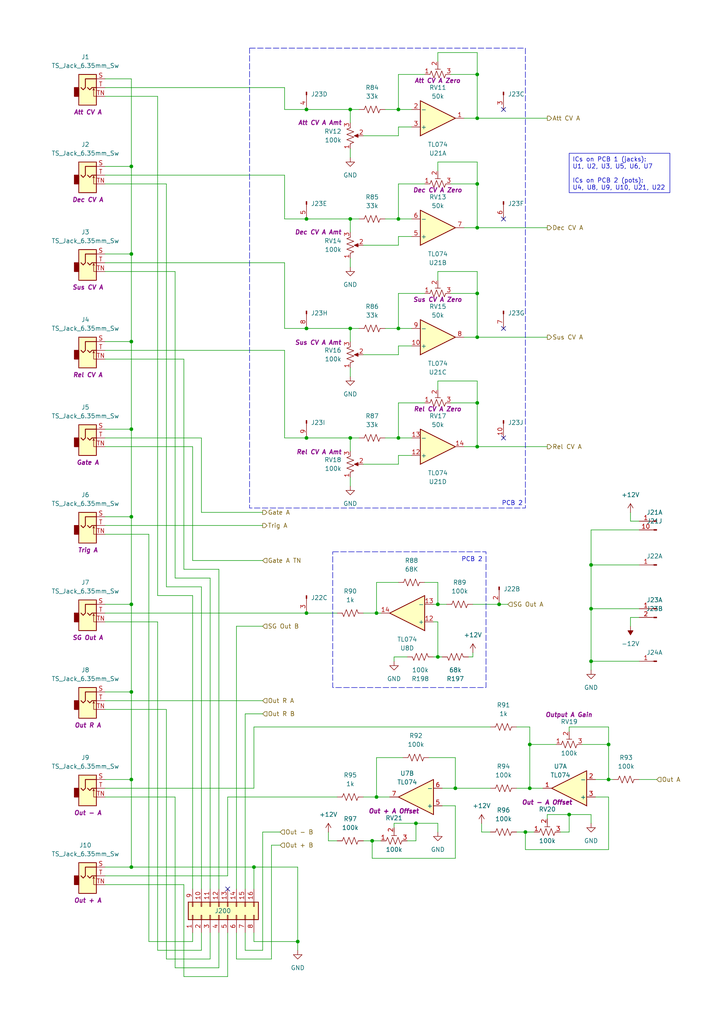
<source format=kicad_sch>
(kicad_sch (version 20250114) (generator "eeschema") (generator_version "9.0")
  (paper "A4" portrait)
  (title_block (company "DMH Instruments") (comment 1 "PCB for 15cm Kosmo format synthesizer module"))
  (lib_symbols
    (symbol "Amplifier_Operational:TL074" (pin_names (offset 0.127))
      (property "Reference" "U" (at 0 5.08 0))
      (property "Value" "TL074" (at 0 -5.08 0))
      (symbol "TL074_1_1"
        (pin input line (at -7.62 2.54 0) (length 2.54) (name "+") (number "3"))
        (pin input line (at -7.62 -2.54 0) (length 2.54) (name "-") (number "2"))
        (pin output line (at 7.62 0 180) (length 2.54) (name "~") (number "1"))
      )
      (symbol "TL074_2_1"
        (pin input line (at -7.62 2.54 0) (length 2.54) (name "+") (number "5"))
        (pin input line (at -7.62 -2.54 0) (length 2.54) (name "-") (number "6"))
        (pin output line (at 7.62 0 180) (length 2.54) (name "~") (number "7"))
      )
      (symbol "TL074_3_1"
        (pin input line (at -7.62 2.54 0) (length 2.54) (name "+") (number "10"))
        (pin input line (at -7.62 -2.54 0) (length 2.54) (name "-") (number "9"))
        (pin output line (at 7.62 0 180) (length 2.54) (name "~") (number "8"))
      )
      (symbol "TL074_4_1"
        (pin input line (at -7.62 2.54 0) (length 2.54) (name "+") (number "12"))
        (pin input line (at -7.62 -2.54 0) (length 2.54) (name "-") (number "13"))
        (pin output line (at 7.62 0 180) (length 2.54) (name "~") (number "14"))
      )
      (symbol "TL074_5_1"
        (pin power_in line (at -2.54 7.62 270) (length 3.81) (name "V+") (number "4"))
        (pin power_in line (at -2.54 -7.62 90) (length 3.81) (name "V-") (number "11"))
      )
    )
    (symbol "Device:R_Potentiometer_Trim_US" (pin_names (offset 1.016) (hide yes))
      (property "Reference" "RV" (at -4.445 0 90))
      (property "Value" "R_Potentiometer_Trim_US" (at -2.54 0 90))
      (symbol "R_Potentiometer_Trim_US_1_1"
        (pin passive line (at 0 3.81 270) (length 1.27) (name "1") (number "1"))
        (pin passive line (at 0 -3.81 90) (length 1.27) (name "3") (number "3"))
        (pin passive line (at 3.81 0 180) (length 1.27) (name "2") (number "2"))
      )
    )
    (symbol "Device:R_Potentiometer_US" (pin_names (offset 1.016) (hide yes))
      (property "Reference" "RV" (at -4.445 0 90))
      (property "Value" "R_Potentiometer_US" (at -2.54 0 90))
      (symbol "R_Potentiometer_US_1_1"
        (pin passive line (at 0 3.81 270) (length 1.27) (name "1") (number "1"))
        (pin passive line (at 0 -3.81 90) (length 1.27) (name "3") (number "3"))
        (pin passive line (at 3.81 0 180) (length 1.27) (name "2") (number "2"))
      )
    )
    (symbol "Device:R_US" (pin_numbers (hide yes)) (pin_names (offset 0))
      (property "Reference" "R" (at 2.54 0 90))
      (property "Value" "R_US" (at -2.54 0 90))
      (symbol "R_US_1_1"
        (pin passive line (at 0 3.81 270) (length 1.27) (name "~") (number "1"))
        (pin passive line (at 0 -3.81 90) (length 1.27) (name "~") (number "2"))
      )
    )
    (symbol "SynthStuff:BackBone_Connector_16Pin" (pin_names (offset 1.016) (hide yes))
      (property "Reference" "J" (at 1.27 -16.51 0))
      (property "Value" "IDC_02x08" (at 1.27 -13.97 0))
      (symbol "BackBone_Connector_16Pin_1_1"
        (pin passive line (at -5.08 7.62 0) (length 3.81) (name "Pin_1") (number "1"))
        (pin passive line (at -5.08 5.08 0) (length 3.81) (name "Pin_2") (number "2"))
        (pin passive line (at -5.08 2.54 0) (length 3.81) (name "Pin_3") (number "3"))
        (pin passive line (at -5.08 0 0) (length 3.81) (name "Pin_4") (number "4"))
        (pin passive line (at -5.08 -2.54 0) (length 3.81) (name "Pin_5") (number "5"))
        (pin passive line (at -5.08 -5.08 0) (length 3.81) (name "Pin_6") (number "6"))
        (pin passive line (at -5.08 -7.62 0) (length 3.81) (name "Pin_7") (number "7"))
        (pin passive line (at -5.08 -10.16 0) (length 3.81) (name "Pin_8") (number "8"))
        (pin passive line (at 7.62 7.62 180) (length 3.81) (name "Pin_9") (number "9"))
        (pin passive line (at 7.62 5.08 180) (length 3.81) (name "Pin_10") (number "10"))
        (pin passive line (at 7.62 2.54 180) (length 3.81) (name "Pin_11") (number "11"))
        (pin passive line (at 7.62 0 180) (length 3.81) (name "Pin_12") (number "12"))
        (pin passive line (at 7.62 -2.54 180) (length 3.81) (name "Pin_13") (number "13"))
        (pin passive line (at 7.62 -5.08 180) (length 3.81) (name "Pin_14") (number "14"))
        (pin passive line (at 7.62 -7.62 180) (length 3.81) (name "Pin_15") (number "15"))
        (pin passive line (at 7.62 -10.16 180) (length 3.81) (name "Pin_16") (number "16"))
      )
    )
    (symbol "SynthStuff:Conn_01x06_PinHeader" (pin_names (offset 1.016) (hide yes))
      (property "Reference" "J" (at 0 2.54 0))
      (symbol "Conn_01x06_PinHeader_1_1"
        (pin passive line (at 5.08 0 180) (length 3.81) (name "Pin_1") (number "1"))
      )
      (symbol "Conn_01x06_PinHeader_2_1"
        (pin passive line (at 5.08 0 180) (length 3.81) (name "Pin_2") (number "2"))
      )
      (symbol "Conn_01x06_PinHeader_3_1"
        (pin passive line (at 5.08 0 180) (length 3.81) (name "Pin_3") (number "3"))
      )
      (symbol "Conn_01x06_PinHeader_4_1"
        (pin passive line (at 5.08 0 180) (length 3.81) (name "Pin_4") (number "4"))
      )
      (symbol "Conn_01x06_PinHeader_5_1"
        (pin passive line (at 5.08 0 180) (length 3.81) (name "Pin_5") (number "5"))
      )
      (symbol "Conn_01x06_PinHeader_6_1"
        (pin passive line (at 5.08 0 180) (length 3.81) (name "Pin_6") (number "6"))
      )
    )
    (symbol "SynthStuff:Conn_01x10_PinHeader" (pin_names (offset 1.016) (hide yes))
      (property "Reference" "J" (at 0 2.54 0))
      (symbol "Conn_01x10_PinHeader_1_1"
        (pin passive line (at 5.08 0 180) (length 3.81) (name "Pin_1") (number "1"))
      )
      (symbol "Conn_01x10_PinHeader_2_1"
        (pin passive line (at 5.08 0 180) (length 3.81) (name "Pin_2") (number "2"))
      )
      (symbol "Conn_01x10_PinHeader_3_1"
        (pin passive line (at 5.08 0 180) (length 3.81) (name "Pin_3") (number "3"))
      )
      (symbol "Conn_01x10_PinHeader_4_1"
        (pin passive line (at 5.08 0 180) (length 3.81) (name "Pin_4") (number "4"))
      )
      (symbol "Conn_01x10_PinHeader_5_1"
        (pin passive line (at 5.08 0 180) (length 3.81) (name "Pin_5") (number "5"))
      )
      (symbol "Conn_01x10_PinHeader_6_1"
        (pin passive line (at 5.08 0 180) (length 3.81) (name "Pin_6") (number "6"))
      )
      (symbol "Conn_01x10_PinHeader_7_1"
        (pin passive line (at 5.08 0 180) (length 3.81) (name "Pin_7") (number "7"))
      )
      (symbol "Conn_01x10_PinHeader_8_1"
        (pin passive line (at 5.08 0 180) (length 3.81) (name "Pin_8") (number "8"))
      )
      (symbol "Conn_01x10_PinHeader_9_1"
        (pin passive line (at 5.08 0 180) (length 3.81) (name "Pin_9") (number "9"))
      )
      (symbol "Conn_01x10_PinHeader_10_1"
        (pin passive line (at 5.08 0 180) (length 3.81) (name "Pin_10") (number "10"))
      )
    )
    (symbol "SynthStuff:TS_Jack_6.35mm_Sw"
      (property "Reference" "J" (at -0.635 8.89 0))
      (property "Value" "TS_Jack_6.35mm_Sw" (at -0.635 6.35 0))
      (symbol "TS_Jack_6.35mm_Sw_1_1"
        (pin passive line (at 5.08 2.54 180) (length 2.54) (name "~") (number "S"))
        (pin passive line (at 5.08 0 180) (length 2.54) (name "~") (number "T"))
        (pin passive line (at 5.08 -2.54 180) (length 2.54) (name "~") (number "TN"))
      )
    )
    (symbol "power:+12V" (power) (pin_numbers (hide yes)) (pin_names (offset 0) (hide yes))
      (property "Value" "+12V" (at 0 3.556 0))
      (symbol "+12V_1_1"
        (pin power_in line (at 0 0 90) (length 0) (name "~") (number "1"))
      )
    )
    (symbol "power:-12V" (power) (pin_numbers (hide yes)) (pin_names (offset 0) (hide yes))
      (property "Value" "-12V" (at 0 3.556 0))
      (symbol "-12V_0_0"
        (pin power_in line (at 0 0 90) (length 0) (name "~") (number "1"))
      )
    )
    (symbol "power:GND" (power) (pin_numbers (hide yes)) (pin_names (offset 0) (hide yes))
      (property "Value" "GND" (at 0 -3.81 0))
      (symbol "GND_1_1"
        (pin power_in line (at 0 0 270) (length 0) (name "~") (number "1"))
      )
    )
  )
  (rectangle (start 72.39 13.97) (end 152.4 147.32) (stroke (width 0) (type dash)))
  (rectangle (start 96.52 160.02) (end 140.97 199.39) (stroke (width 0) (type dash)))
  (text "PCB 2" (at 148.59 146.05 0) (effects (font (size 1.27 1.27))))
  (text "PCB 2" (at 136.906 162.306 0) (effects (font (size 1.27 1.27))))
  (text_box "ICs on PCB 1 (jacks):\nU1, U2, U3, U5, U6, U7\n\nICs on PCB 2 (pots):\nU4, U8, U9, U10, U21, U22" (at 165.1 44.45 0) (size 29.21 11.43) (margins 0.9525 0.9525 0.9525 0.9525) (effects (font (size 1.27 1.27)) (justify left top)))
  (junction (at 107.95 243.84))
  (junction (at 88.9 31.75))
  (junction (at 88.9 95.25))
  (junction (at 176.53 215.9))
  (junction (at 171.45 163.83))
  (junction (at 38.1 124.46))
  (junction (at 115.57 95.25))
  (junction (at 38.1 175.26))
  (junction (at 144.78 175.26))
  (junction (at 38.1 99.06))
  (junction (at 165.1 236.22))
  (junction (at 73.66 251.46))
  (junction (at 120.65 238.76))
  (junction (at 38.1 226.06))
  (junction (at 171.45 176.53))
  (junction (at 176.53 226.06))
  (junction (at 153.67 228.6))
  (junction (at 138.43 116.84))
  (junction (at 115.57 31.75))
  (junction (at 127 175.26))
  (junction (at 153.67 215.9))
  (junction (at 109.22 177.8))
  (junction (at 101.6 95.25))
  (junction (at 138.43 129.54))
  (junction (at 138.43 85.09))
  (junction (at 171.45 191.77))
  (junction (at 88.9 63.5))
  (junction (at 109.22 231.14))
  (junction (at 38.1 200.66))
  (junction (at 138.43 21.59))
  (junction (at 127 190.5))
  (junction (at 132.08 228.6))
  (junction (at 138.43 66.04))
  (junction (at 86.36 273.05))
  (junction (at 138.43 34.29))
  (junction (at 115.57 127))
  (junction (at 88.9 177.8))
  (junction (at 115.57 63.5))
  (junction (at 101.6 63.5))
  (junction (at 152.4 241.3))
  (junction (at 101.6 31.75))
  (junction (at 138.43 97.79))
  (junction (at 38.1 251.46))
  (junction (at 38.1 48.26))
  (junction (at 38.1 149.86))
  (junction (at 138.43 53.34))
  (junction (at 101.6 127))
  (junction (at 38.1 73.66))
  (junction (at 88.9 127))
  (no_connect (at 146.05 127))
  (no_connect (at 146.05 31.75))
  (no_connect (at 66.04 257.81))
  (no_connect (at 146.05 95.25))
  (no_connect (at 146.05 63.5))
  (wire (pts (xy 138.43 34.29) (xy 158.75 34.29)))
  (wire (pts (xy 50.8 78.74) (xy 50.8 167.64)))
  (wire (pts (xy 76.2 275.59) (xy 71.12 275.59)))
  (wire (pts (xy 95.25 243.84) (xy 95.25 241.3)))
  (wire (pts (xy 73.66 270.51) (xy 73.66 273.05)))
  (wire (pts (xy 182.88 179.07) (xy 185.42 179.07)))
  (wire (pts (xy 185.42 226.06) (xy 190.5 226.06)))
  (wire (pts (xy 115.57 71.12) (xy 115.57 68.58)))
  (wire (pts (xy 48.26 278.13) (xy 60.96 278.13)))
  (wire (pts (xy 127 190.5) (xy 128.27 190.5)))
  (wire (pts (xy 118.11 243.84) (xy 120.65 243.84)))
  (wire (pts (xy 115.57 134.62) (xy 115.57 132.08)))
  (wire (pts (xy 30.48 25.4) (xy 82.55 25.4)))
  (wire (pts (xy 101.6 31.75) (xy 104.14 31.75)))
  (wire (pts (xy 53.34 283.21) (xy 66.04 283.21)))
  (wire (pts (xy 101.6 95.25) (xy 104.14 95.25)))
  (wire (pts (xy 105.41 243.84) (xy 107.95 243.84)))
  (wire (pts (xy 30.48 101.6) (xy 82.55 101.6)))
  (wire (pts (xy 30.48 200.66) (xy 38.1 200.66)))
  (wire (pts (xy 58.42 170.18) (xy 58.42 257.81)))
  (wire (pts (xy 55.88 162.56) (xy 76.2 162.56)))
  (wire (pts (xy 152.4 241.3) (xy 154.94 241.3)))
  (wire (pts (xy 30.48 154.94) (xy 43.18 154.94)))
  (wire (pts (xy 115.57 100.33) (xy 119.38 100.33)))
  (wire (pts (xy 115.57 68.58) (xy 119.38 68.58)))
  (wire (pts (xy 115.57 102.87) (xy 115.57 100.33)))
  (wire (pts (xy 171.45 163.83) (xy 171.45 176.53)))
  (wire (pts (xy 50.8 231.14) (xy 50.8 280.67)))
  (wire (pts (xy 53.34 104.14) (xy 30.48 104.14)))
  (wire (pts (xy 82.55 76.2) (xy 82.55 95.25)))
  (wire (pts (xy 73.66 228.6) (xy 73.66 210.82)))
  (wire (pts (xy 45.72 275.59) (xy 58.42 275.59)))
  (wire (pts (xy 78.74 245.11) (xy 78.74 278.13)))
  (wire (pts (xy 127 168.91) (xy 127 175.26)))
  (wire (pts (xy 165.1 210.82) (xy 176.53 210.82)))
  (wire (pts (xy 30.48 50.8) (xy 82.55 50.8)))
  (wire (pts (xy 171.45 236.22) (xy 171.45 238.76)))
  (wire (pts (xy 38.1 124.46) (xy 38.1 149.86)))
  (wire (pts (xy 50.8 280.67) (xy 63.5 280.67)))
  (wire (pts (xy 130.81 116.84) (xy 138.43 116.84)))
  (wire (pts (xy 153.67 228.6) (xy 157.48 228.6)))
  (wire (pts (xy 50.8 167.64) (xy 60.96 167.64)))
  (wire (pts (xy 127 238.76) (xy 120.65 238.76)))
  (wire (pts (xy 78.74 278.13) (xy 68.58 278.13)))
  (wire (pts (xy 172.72 226.06) (xy 176.53 226.06)))
  (wire (pts (xy 30.48 226.06) (xy 38.1 226.06)))
  (wire (pts (xy 111.76 95.25) (xy 115.57 95.25)))
  (wire (pts (xy 76.2 181.61) (xy 68.58 181.61)))
  (wire (pts (xy 88.9 95.25) (xy 101.6 95.25)))
  (wire (pts (xy 105.41 102.87) (xy 115.57 102.87)))
  (wire (pts (xy 129.54 175.26) (xy 127 175.26)))
  (wire (pts (xy 30.48 22.86) (xy 38.1 22.86)))
  (wire (pts (xy 53.34 104.14) (xy 53.34 165.1)))
  (wire (pts (xy 115.57 132.08) (xy 119.38 132.08)))
  (wire (pts (xy 118.11 190.5) (xy 114.3 190.5)))
  (wire (pts (xy 171.45 176.53) (xy 185.42 176.53)))
  (wire (pts (xy 110.49 177.8) (xy 109.22 177.8)))
  (wire (pts (xy 38.1 200.66) (xy 38.1 226.06)))
  (wire (pts (xy 82.55 101.6) (xy 82.55 127)))
  (wire (pts (xy 138.43 129.54) (xy 158.75 129.54)))
  (wire (pts (xy 115.57 39.37) (xy 115.57 36.83)))
  (wire (pts (xy 111.76 63.5) (xy 115.57 63.5)))
  (wire (pts (xy 139.7 241.3) (xy 142.24 241.3)))
  (wire (pts (xy 71.12 275.59) (xy 71.12 270.51)))
  (wire (pts (xy 176.53 210.82) (xy 176.53 215.9)))
  (wire (pts (xy 45.72 180.34) (xy 45.72 275.59)))
  (wire (pts (xy 101.6 127) (xy 104.14 127)))
  (wire (pts (xy 86.36 275.59) (xy 86.36 273.05)))
  (wire (pts (xy 58.42 275.59) (xy 58.42 270.51)))
  (wire (pts (xy 125.73 180.34) (xy 127 180.34)))
  (wire (pts (xy 152.4 246.38) (xy 176.53 246.38)))
  (wire (pts (xy 30.48 129.54) (xy 55.88 129.54)))
  (wire (pts (xy 66.04 231.14) (xy 97.79 231.14)))
  (wire (pts (xy 101.6 95.25) (xy 101.6 99.06)))
  (wire (pts (xy 127 49.53) (xy 127 46.99)))
  (wire (pts (xy 124.46 219.71) (xy 132.08 219.71)))
  (wire (pts (xy 30.48 76.2) (xy 82.55 76.2)))
  (wire (pts (xy 48.26 170.18) (xy 58.42 170.18)))
  (wire (pts (xy 127 110.49) (xy 138.43 110.49)))
  (wire (pts (xy 30.48 48.26) (xy 38.1 48.26)))
  (wire (pts (xy 81.28 241.3) (xy 76.2 241.3)))
  (wire (pts (xy 172.72 231.14) (xy 176.53 231.14)))
  (wire (pts (xy 185.42 153.67) (xy 171.45 153.67)))
  (wire (pts (xy 45.72 172.72) (xy 55.88 172.72)))
  (wire (pts (xy 176.53 215.9) (xy 176.53 226.06)))
  (wire (pts (xy 138.43 15.24) (xy 138.43 21.59)))
  (wire (pts (xy 88.9 177.8) (xy 97.79 177.8)))
  (wire (pts (xy 105.41 39.37) (xy 115.57 39.37)))
  (wire (pts (xy 158.75 236.22) (xy 165.1 236.22)))
  (wire (pts (xy 171.45 153.67) (xy 171.45 163.83)))
  (wire (pts (xy 128.27 233.68) (xy 132.08 233.68)))
  (wire (pts (xy 38.1 99.06) (xy 38.1 124.46)))
  (wire (pts (xy 115.57 95.25) (xy 119.38 95.25)))
  (wire (pts (xy 30.48 203.2) (xy 76.2 203.2)))
  (wire (pts (xy 115.57 36.83) (xy 119.38 36.83)))
  (wire (pts (xy 38.1 251.46) (xy 73.66 251.46)))
  (wire (pts (xy 81.28 245.11) (xy 78.74 245.11)))
  (wire (pts (xy 101.6 106.68) (xy 101.6 109.22)))
  (wire (pts (xy 182.88 148.59) (xy 182.88 151.13)))
  (wire (pts (xy 127 113.03) (xy 127 110.49)))
  (wire (pts (xy 176.53 246.38) (xy 176.53 231.14)))
  (wire (pts (xy 38.1 73.66) (xy 38.1 99.06)))
  (wire (pts (xy 30.48 231.14) (xy 50.8 231.14)))
  (wire (pts (xy 115.57 116.84) (xy 123.19 116.84)))
  (wire (pts (xy 125.73 190.5) (xy 127 190.5)))
  (wire (pts (xy 88.9 127) (xy 101.6 127)))
  (wire (pts (xy 82.55 31.75) (xy 88.9 31.75)))
  (wire (pts (xy 76.2 207.01) (xy 71.12 207.01)))
  (wire (pts (xy 130.81 21.59) (xy 138.43 21.59)))
  (wire (pts (xy 30.48 27.94) (xy 45.72 27.94)))
  (wire (pts (xy 115.57 85.09) (xy 123.19 85.09)))
  (wire (pts (xy 30.48 254) (xy 66.04 254)))
  (wire (pts (xy 115.57 53.34) (xy 123.19 53.34)))
  (wire (pts (xy 153.67 210.82) (xy 153.67 215.9)))
  (wire (pts (xy 165.1 212.09) (xy 165.1 210.82)))
  (wire (pts (xy 38.1 149.86) (xy 38.1 175.26)))
  (wire (pts (xy 111.76 127) (xy 115.57 127)))
  (wire (pts (xy 82.55 95.25) (xy 88.9 95.25)))
  (wire (pts (xy 132.08 233.68) (xy 132.08 248.92)))
  (wire (pts (xy 114.3 238.76) (xy 114.3 240.03)))
  (wire (pts (xy 158.75 237.49) (xy 158.75 236.22)))
  (wire (pts (xy 82.55 127) (xy 88.9 127)))
  (wire (pts (xy 171.45 191.77) (xy 185.42 191.77)))
  (wire (pts (xy 138.43 46.99) (xy 138.43 53.34)))
  (wire (pts (xy 73.66 251.46) (xy 73.66 257.81)))
  (wire (pts (xy 43.18 154.94) (xy 43.18 273.05)))
  (wire (pts (xy 105.41 71.12) (xy 115.57 71.12)))
  (wire (pts (xy 38.1 226.06) (xy 38.1 251.46)))
  (wire (pts (xy 139.7 238.76) (xy 139.7 241.3)))
  (wire (pts (xy 127 175.26) (xy 125.73 175.26)))
  (wire (pts (xy 123.19 168.91) (xy 127 168.91)))
  (wire (pts (xy 101.6 127) (xy 101.6 130.81)))
  (wire (pts (xy 109.22 231.14) (xy 113.03 231.14)))
  (wire (pts (xy 168.91 215.9) (xy 176.53 215.9)))
  (wire (pts (xy 132.08 248.92) (xy 107.95 248.92)))
  (wire (pts (xy 127 241.3) (xy 127 238.76)))
  (wire (pts (xy 116.84 219.71) (xy 109.22 219.71)))
  (wire (pts (xy 73.66 251.46) (xy 86.36 251.46)))
  (wire (pts (xy 58.42 127) (xy 58.42 148.59)))
  (wire (pts (xy 66.04 231.14) (xy 66.04 254)))
  (wire (pts (xy 53.34 256.54) (xy 53.34 283.21)))
  (wire (pts (xy 149.86 210.82) (xy 153.67 210.82)))
  (wire (pts (xy 88.9 63.5) (xy 101.6 63.5)))
  (wire (pts (xy 30.48 177.8) (xy 88.9 177.8)))
  (wire (pts (xy 86.36 273.05) (xy 86.36 251.46)))
  (wire (pts (xy 101.6 31.75) (xy 101.6 35.56)))
  (wire (pts (xy 109.22 219.71) (xy 109.22 231.14)))
  (wire (pts (xy 30.48 99.06) (xy 38.1 99.06)))
  (wire (pts (xy 127 180.34) (xy 127 190.5)))
  (wire (pts (xy 73.66 210.82) (xy 142.24 210.82)))
  (wire (pts (xy 30.48 175.26) (xy 38.1 175.26)))
  (wire (pts (xy 138.43 34.29) (xy 134.62 34.29)))
  (wire (pts (xy 30.48 152.4) (xy 76.2 152.4)))
  (wire (pts (xy 144.78 175.26) (xy 147.32 175.26)))
  (wire (pts (xy 132.08 228.6) (xy 142.24 228.6)))
  (wire (pts (xy 30.48 124.46) (xy 38.1 124.46)))
  (wire (pts (xy 30.48 228.6) (xy 73.66 228.6)))
  (wire (pts (xy 68.58 181.61) (xy 68.58 257.81)))
  (wire (pts (xy 127 17.78) (xy 127 15.24)))
  (wire (pts (xy 138.43 116.84) (xy 138.43 129.54)))
  (wire (pts (xy 88.9 31.75) (xy 101.6 31.75)))
  (wire (pts (xy 135.89 190.5) (xy 137.16 190.5)))
  (wire (pts (xy 45.72 27.94) (xy 45.72 172.72)))
  (wire (pts (xy 138.43 97.79) (xy 134.62 97.79)))
  (wire (pts (xy 63.5 280.67) (xy 63.5 270.51)))
  (wire (pts (xy 55.88 129.54) (xy 55.88 162.56)))
  (wire (pts (xy 130.81 53.34) (xy 138.43 53.34)))
  (wire (pts (xy 137.16 175.26) (xy 144.78 175.26)))
  (wire (pts (xy 115.57 127) (xy 119.38 127)))
  (wire (pts (xy 97.79 243.84) (xy 95.25 243.84)))
  (wire (pts (xy 73.66 273.05) (xy 86.36 273.05)))
  (wire (pts (xy 138.43 21.59) (xy 138.43 34.29)))
  (wire (pts (xy 43.18 273.05) (xy 55.88 273.05)))
  (wire (pts (xy 138.43 129.54) (xy 134.62 129.54)))
  (wire (pts (xy 185.42 151.13) (xy 182.88 151.13)))
  (wire (pts (xy 114.3 190.5) (xy 114.3 191.77)))
  (wire (pts (xy 107.95 243.84) (xy 107.95 248.92)))
  (wire (pts (xy 30.48 78.74) (xy 50.8 78.74)))
  (wire (pts (xy 138.43 66.04) (xy 158.75 66.04)))
  (wire (pts (xy 115.57 21.59) (xy 123.19 21.59)))
  (wire (pts (xy 101.6 74.93) (xy 101.6 77.47)))
  (wire (pts (xy 165.1 241.3) (xy 162.56 241.3)))
  (wire (pts (xy 138.43 97.79) (xy 158.75 97.79)))
  (wire (pts (xy 171.45 191.77) (xy 171.45 194.31)))
  (wire (pts (xy 127 46.99) (xy 138.43 46.99)))
  (wire (pts (xy 171.45 163.83) (xy 185.42 163.83)))
  (wire (pts (xy 138.43 78.74) (xy 138.43 85.09)))
  (wire (pts (xy 120.65 238.76) (xy 120.65 243.84)))
  (wire (pts (xy 149.86 228.6) (xy 153.67 228.6)))
  (wire (pts (xy 127 15.24) (xy 138.43 15.24)))
  (wire (pts (xy 149.86 241.3) (xy 152.4 241.3)))
  (wire (pts (xy 101.6 43.18) (xy 101.6 45.72)))
  (wire (pts (xy 138.43 53.34) (xy 138.43 66.04)))
  (wire (pts (xy 153.67 215.9) (xy 153.67 228.6)))
  (wire (pts (xy 58.42 148.59) (xy 76.2 148.59)))
  (wire (pts (xy 38.1 22.86) (xy 38.1 48.26)))
  (wire (pts (xy 76.2 241.3) (xy 76.2 275.59)))
  (wire (pts (xy 82.55 63.5) (xy 88.9 63.5)))
  (wire (pts (xy 115.57 21.59) (xy 115.57 31.75)))
  (wire (pts (xy 38.1 48.26) (xy 38.1 73.66)))
  (wire (pts (xy 115.57 85.09) (xy 115.57 95.25)))
  (wire (pts (xy 30.48 149.86) (xy 38.1 149.86)))
  (wire (pts (xy 171.45 176.53) (xy 171.45 191.77)))
  (wire (pts (xy 137.16 190.5) (xy 137.16 189.23)))
  (wire (pts (xy 138.43 110.49) (xy 138.43 116.84)))
  (wire (pts (xy 138.43 66.04) (xy 134.62 66.04)))
  (wire (pts (xy 107.95 243.84) (xy 110.49 243.84)))
  (wire (pts (xy 38.1 251.46) (xy 30.48 251.46)))
  (wire (pts (xy 111.76 31.75) (xy 115.57 31.75)))
  (wire (pts (xy 161.29 215.9) (xy 153.67 215.9)))
  (wire (pts (xy 53.34 165.1) (xy 63.5 165.1)))
  (wire (pts (xy 138.43 85.09) (xy 138.43 97.79)))
  (wire (pts (xy 127 81.28) (xy 127 78.74)))
  (wire (pts (xy 132.08 219.71) (xy 132.08 228.6)))
  (wire (pts (xy 30.48 127) (xy 58.42 127)))
  (wire (pts (xy 48.26 53.34) (xy 48.26 170.18)))
  (wire (pts (xy 120.65 238.76) (xy 114.3 238.76)))
  (wire (pts (xy 60.96 167.64) (xy 60.96 257.81)))
  (wire (pts (xy 115.57 168.91) (xy 109.22 168.91)))
  (wire (pts (xy 101.6 63.5) (xy 101.6 67.31)))
  (wire (pts (xy 115.57 116.84) (xy 115.57 127)))
  (wire (pts (xy 30.48 73.66) (xy 38.1 73.66)))
  (wire (pts (xy 30.48 53.34) (xy 48.26 53.34)))
  (wire (pts (xy 55.88 172.72) (xy 55.88 257.81)))
  (wire (pts (xy 176.53 226.06) (xy 177.8 226.06)))
  (wire (pts (xy 109.22 168.91) (xy 109.22 177.8)))
  (wire (pts (xy 182.88 181.61) (xy 182.88 179.07)))
  (wire (pts (xy 48.26 205.74) (xy 48.26 278.13)))
  (wire (pts (xy 115.57 53.34) (xy 115.57 63.5)))
  (wire (pts (xy 68.58 278.13) (xy 68.58 270.51)))
  (wire (pts (xy 105.41 231.14) (xy 109.22 231.14)))
  (wire (pts (xy 60.96 278.13) (xy 60.96 270.51)))
  (wire (pts (xy 115.57 31.75) (xy 119.38 31.75)))
  (wire (pts (xy 105.41 134.62) (xy 115.57 134.62)))
  (wire (pts (xy 165.1 241.3) (xy 165.1 236.22)))
  (wire (pts (xy 30.48 180.34) (xy 45.72 180.34)))
  (wire (pts (xy 130.81 85.09) (xy 138.43 85.09)))
  (wire (pts (xy 82.55 25.4) (xy 82.55 31.75)))
  (wire (pts (xy 128.27 228.6) (xy 132.08 228.6)))
  (wire (pts (xy 115.57 63.5) (xy 119.38 63.5)))
  (wire (pts (xy 152.4 241.3) (xy 152.4 246.38)))
  (wire (pts (xy 63.5 165.1) (xy 63.5 257.81)))
  (wire (pts (xy 38.1 175.26) (xy 38.1 200.66)))
  (wire (pts (xy 101.6 63.5) (xy 104.14 63.5)))
  (wire (pts (xy 82.55 50.8) (xy 82.55 63.5)))
  (wire (pts (xy 55.88 273.05) (xy 55.88 270.51)))
  (wire (pts (xy 66.04 283.21) (xy 66.04 270.51)))
  (wire (pts (xy 30.48 256.54) (xy 53.34 256.54)))
  (wire (pts (xy 71.12 207.01) (xy 71.12 257.81)))
  (wire (pts (xy 101.6 138.43) (xy 101.6 140.97)))
  (wire (pts (xy 165.1 236.22) (xy 171.45 236.22)))
  (wire (pts (xy 105.41 177.8) (xy 109.22 177.8)))
  (wire (pts (xy 127 78.74) (xy 138.43 78.74)))
  (wire (pts (xy 30.48 205.74) (xy 48.26 205.74)))
  (hierarchical_label "SG Out B" (shape input) (at 76.2 181.61 0))
  (hierarchical_label "SG Out A" (shape input) (at 147.32 175.26 0))
  (hierarchical_label "Out R A" (shape input) (at 76.2 203.2 0))
  (hierarchical_label "Rel CV A" (shape output) (at 158.75 129.54 0))
  (hierarchical_label "Sus CV A" (shape output) (at 158.75 97.79 0))
  (hierarchical_label "Dec CV A" (shape output) (at 158.75 66.04 0))
  (hierarchical_label "Gate A TN" (shape input) (at 76.2 162.56 0))
  (hierarchical_label "Out A" (shape input) (at 190.5 226.06 0))
  (hierarchical_label "Out - B" (shape input) (at 81.28 241.3 0))
  (hierarchical_label "Out + B" (shape input) (at 81.28 245.11 0))
  (hierarchical_label "Gate A" (shape output) (at 76.2 148.59 0))
  (hierarchical_label "Out R B" (shape input) (at 76.2 207.01 0))
  (hierarchical_label "Trig A" (shape output) (at 76.2 152.4 0))
  (hierarchical_label "Att CV A" (shape output) (at 158.75 34.29 0))
  (symbol (lib_id "Device:R_US") (at 181.61 226.06 270) (unit 1)
    (property "Reference" "R93" (at 181.61 219.71 90))
    (property "Value" "100k" (at 181.61 222.25 90))
    (property "Footprint" "Resistor_THT:R_Axial_DIN0207_L6.3mm_D2.5mm_P7.62mm_Horizontal" (effects (hide yes)))
    (property "Description" "Resistor, US symbol" (effects (hide yes)))
  )
  (symbol (lib_id "SynthStuff:Conn_01x10_PinHeader") (at 146.05 121.92 270) (unit 10)
    (property "Reference" "J23" (at 147.32 122.5549 90) (effects (justify left)))
    (property "Value" "Conn_01x10_PinHeader" (effects (hide yes)))
    (property "Footprint" "Connector_PinHeader_2.54mm:PinHeader_1x10_P2.54mm_Vertical" (effects (hide yes)))
    (property "Description" "Generic connector, single row, 01x10" (effects (hide yes)))
  )
  (symbol (lib_id "Device:R_US") (at 101.6 243.84 270) (unit 1)
    (property "Reference" "R97" (at 101.6 237.49 90))
    (property "Value" "100k" (at 101.6 240.03 90))
    (property "Footprint" "Resistor_THT:R_Axial_DIN0207_L6.3mm_D2.5mm_P7.62mm_Horizontal" (effects (hide yes)))
    (property "Description" "Resistor, US symbol" (effects (hide yes)))
  )
  (symbol (lib_id "Device:R_Potentiometer_Trim_US") (at 158.75 241.3 90) (unit 1)
    (property "Reference" "RV20" (at 158.75 234.696 90))
    (property "Value" "100k" (at 158.75 243.84 90))
    (property "Footprint" "Potentiometer_THT:Potentiometer_Bourns_3296W_Vertical" (effects (hide yes)))
    (property "Description" "Trim-potentiometer, US symbol" (effects (hide yes)))
    (property "Function" "Out - A Offset" (at 158.75 232.664 90) (effects (font (thickness 0.254) (bold yes) (italic yes))))
  )
  (symbol (lib_id "Amplifier_Operational:TL074") (at 127 129.54 0) (mirror x) (unit 4) (on_board no)
    (property "Reference" "U21" (at 127 139.7 0))
    (property "Value" "TL074" (at 127 137.16 0))
    (property "Footprint" "Package_DIP:DIP-14_W7.62mm_Socket" (effects (hide yes)))
    (property "Datasheet" "http://www.ti.com/lit/ds/symlink/tl071.pdf" (effects (hide yes)))
    (property "Description" "Quad Low-Noise JFET-Input Operational Amplifiers, DIP-14/SOIC-14" (effects (hide yes)))
  )
  (symbol (lib_id "Device:R_US") (at 101.6 177.8 90) (mirror x) (unit 1) (on_board no)
    (property "Reference" "R90" (at 101.6 171.45 90))
    (property "Value" "1k" (at 101.6 173.99 90))
    (property "Footprint" "Resistor_THT:R_Axial_DIN0207_L6.3mm_D2.5mm_P7.62mm_Horizontal" (effects (hide yes)))
    (property "Description" "Resistor, US symbol" (effects (hide yes)))
  )
  (symbol (lib_id "Device:R_US") (at 107.95 127 90) (unit 1) (on_board no)
    (property "Reference" "R87" (at 107.95 120.65 90))
    (property "Value" "33k" (at 107.95 123.19 90))
    (property "Footprint" "Resistor_THT:R_Axial_DIN0207_L6.3mm_D2.5mm_P7.62mm_Horizontal" (effects (hide yes)))
    (property "Description" "Resistor, US symbol" (effects (hide yes)))
  )
  (symbol (lib_id "SynthStuff:Conn_01x10_PinHeader") (at 146.05 26.67 270) (unit 3)
    (property "Reference" "J23" (at 147.32 27.3049 90) (effects (justify left)))
    (property "Value" "Conn_01x10_PinHeader" (effects (hide yes)))
    (property "Footprint" "Connector_PinHeader_2.54mm:PinHeader_1x10_P2.54mm_Vertical" (effects (hide yes)))
    (property "Description" "Generic connector, single row, 01x10" (effects (hide yes)))
  )
  (symbol (lib_id "Device:R_Potentiometer_Trim_US") (at 114.3 243.84 90) (unit 1)
    (property "Reference" "RV21" (at 114.3 237.236 90))
    (property "Value" "100k" (at 114.3 246.38 90))
    (property "Footprint" "Potentiometer_THT:Potentiometer_Bourns_3296W_Vertical" (effects (hide yes)))
    (property "Description" "Trim-potentiometer, US symbol" (effects (hide yes)))
    (property "Function" "Out + A Offset" (at 114.3 235.204 90) (effects (font (thickness 0.254) (bold yes) (italic yes))))
  )
  (symbol (lib_id "SynthStuff:Conn_01x10_PinHeader") (at 190.5 163.83 180) (unit 1)
    (property "Reference" "J22" (at 189.865 161.29 0))
    (property "Value" "Conn_01x10_PinHeader" (effects (hide yes)))
    (property "Footprint" "Connector_PinHeader_2.54mm:PinHeader_1x10_P2.54mm_Vertical" (effects (hide yes)))
    (property "Description" "Generic connector, single row, 01x10" (effects (hide yes)))
  )
  (symbol (lib_id "Device:R_US") (at 119.38 168.91 270) (unit 1) (on_board no)
    (property "Reference" "R88" (at 119.38 162.56 90))
    (property "Value" "68K" (at 119.38 165.1 90))
    (property "Footprint" "Resistor_THT:R_Axial_DIN0207_L6.3mm_D2.5mm_P7.62mm_Horizontal" (effects (hide yes)))
    (property "Description" "Resistor, US symbol" (effects (hide yes)))
  )
  (symbol (lib_id "power:+12V") (at 137.16 189.23 0) (unit 1)
    (property "Reference" "#PWR040" (effects (hide yes)))
    (property "Value" "+12V" (at 137.16 184.15 0))
    (property "Description" "Power symbol creates a global label with name \"+12V\"" (effects (hide yes)))
  )
  (symbol (lib_id "SynthStuff:Conn_01x10_PinHeader") (at 190.5 151.13 180) (unit 1)
    (property "Reference" "J21" (at 189.865 148.59 0))
    (property "Value" "Conn_01x10_PinHeader" (effects (hide yes)))
    (property "Footprint" "Connector_PinHeader_2.54mm:PinHeader_1x10_P2.54mm_Vertical" (effects (hide yes)))
    (property "Description" "Generic connector, single row, 01x10" (effects (hide yes)))
  )
  (symbol (lib_id "SynthStuff:Conn_01x10_PinHeader") (at 88.9 90.17 270) (unit 8)
    (property "Reference" "J23" (at 90.17 90.8049 90) (effects (justify left)))
    (property "Value" "Conn_01x10_PinHeader" (effects (hide yes)))
    (property "Footprint" "Connector_PinHeader_2.54mm:PinHeader_1x10_P2.54mm_Vertical" (effects (hide yes)))
    (property "Description" "Generic connector, single row, 01x10" (effects (hide yes)))
  )
  (symbol (lib_id "Amplifier_Operational:TL074") (at 165.1 228.6 180) (unit 1)
    (property "Reference" "U7" (at 162.56 222.25 0))
    (property "Value" "TL074" (at 162.56 224.79 0))
    (property "Footprint" "Package_DIP:DIP-14_W7.62mm_Socket" (effects (hide yes)))
    (property "Datasheet" "http://www.ti.com/lit/ds/symlink/tl071.pdf" (effects (hide yes)))
    (property "Description" "Quad Low-Noise JFET-Input Operational Amplifiers, DIP-14/SOIC-14" (effects (hide yes)))
  )
  (symbol (lib_id "Amplifier_Operational:TL074") (at 120.65 231.14 180) (unit 2)
    (property "Reference" "U7" (at 118.11 224.282 0))
    (property "Value" "TL074" (at 118.11 226.822 0))
    (property "Footprint" "Package_DIP:DIP-14_W7.62mm_Socket" (effects (hide yes)))
    (property "Datasheet" "http://www.ti.com/lit/ds/symlink/tl071.pdf" (effects (hide yes)))
    (property "Description" "Quad Low-Noise JFET-Input Operational Amplifiers, DIP-14/SOIC-14" (effects (hide yes)))
  )
  (symbol (lib_id "Device:R_US") (at 101.6 231.14 270) (unit 1)
    (property "Reference" "R95" (at 101.6 224.79 90))
    (property "Value" "1k" (at 101.6 227.33 90))
    (property "Footprint" "Resistor_THT:R_Axial_DIN0207_L6.3mm_D2.5mm_P7.62mm_Horizontal" (effects (hide yes)))
    (property "Description" "Resistor, US symbol" (effects (hide yes)))
  )
  (symbol (lib_id "power:+12V") (at 139.7 238.76 0) (unit 1)
    (property "Reference" "#PWR093" (effects (hide yes)))
    (property "Value" "+12V" (at 139.7 233.68 0))
    (property "Description" "Power symbol creates a global label with name \"+12V\"" (effects (hide yes)))
  )
  (symbol (lib_id "SynthStuff:Conn_01x10_PinHeader") (at 144.78 170.18 270) (unit 2)
    (property "Reference" "J22" (at 146.05 170.8149 90) (effects (justify left)))
    (property "Value" "Conn_01x10_PinHeader" (effects (hide yes)))
    (property "Footprint" "Connector_PinHeader_2.54mm:PinHeader_1x10_P2.54mm_Vertical" (effects (hide yes)))
    (property "Description" "Generic connector, single row, 01x10" (effects (hide yes)))
  )
  (symbol (lib_id "Device:R_US") (at 107.95 95.25 90) (unit 1) (on_board no)
    (property "Reference" "R86" (at 107.95 88.9 90))
    (property "Value" "33k" (at 107.95 91.44 90))
    (property "Footprint" "Resistor_THT:R_Axial_DIN0207_L6.3mm_D2.5mm_P7.62mm_Horizontal" (effects (hide yes)))
    (property "Description" "Resistor, US symbol" (effects (hide yes)))
  )
  (symbol (lib_id "power:GND") (at 86.36 275.59 0) (unit 1)
    (property "Reference" "#PWR035" (effects (hide yes)))
    (property "Value" "GND" (at 86.36 280.67 0))
    (property "Description" "Power symbol creates a global label with name \"GND\" , ground" (effects (hide yes)))
  )
  (symbol (lib_id "Device:R_Potentiometer_Trim_US") (at 127 85.09 90) (unit 1) (on_board no)
    (property "Reference" "RV15" (at 127 88.9 90))
    (property "Value" "50k" (at 127 91.44 90))
    (property "Footprint" "Potentiometer_THT:Potentiometer_Bourns_3296X_Horizontal" (effects (hide yes)))
    (property "Description" "Trim-potentiometer, US symbol" (effects (hide yes)))
    (property "Function" "Sus CV A Zero" (at 127 86.868 90) (effects (font (thickness 0.254) (bold yes) (italic yes))))
  )
  (symbol (lib_id "SynthStuff:Conn_01x10_PinHeader") (at 190.5 176.53 180) (unit 1)
    (property "Reference" "J23" (at 189.865 173.99 0))
    (property "Value" "Conn_01x10_PinHeader" (effects (hide yes)))
    (property "Footprint" "Connector_PinHeader_2.54mm:PinHeader_1x10_P2.54mm_Vertical" (effects (hide yes)))
    (property "Description" "Generic connector, single row, 01x10" (effects (hide yes)))
  )
  (symbol (lib_id "power:GND") (at 114.3 191.77 0) (mirror y) (unit 1) (on_board no)
    (property "Reference" "#PWR091" (effects (hide yes)))
    (property "Value" "GND" (at 114.3 196.85 0))
    (property "Description" "Power symbol creates a global label with name \"GND\" , ground" (effects (hide yes)))
  )
  (symbol (lib_id "Device:R_US") (at 121.92 190.5 270) (mirror x) (unit 1)
    (property "Reference" "R198" (at 121.92 196.85 90))
    (property "Value" "100k" (at 121.92 194.31 90))
    (property "Footprint" "Resistor_THT:R_Axial_DIN0207_L6.3mm_D2.5mm_P7.62mm_Horizontal" (effects (hide yes)))
    (property "Description" "Resistor, US symbol" (effects (hide yes)))
  )
  (symbol (lib_id "power:+12V") (at 95.25 241.3 0) (unit 1)
    (property "Reference" "#PWR095" (effects (hide yes)))
    (property "Value" "+12V" (at 95.25 236.22 0))
    (property "Description" "Power symbol creates a global label with name \"+12V\"" (effects (hide yes)))
  )
  (symbol (lib_id "SynthStuff:Conn_01x10_PinHeader") (at 88.9 58.42 270) (unit 5)
    (property "Reference" "J23" (at 90.17 59.0549 90) (effects (justify left)))
    (property "Value" "Conn_01x10_PinHeader" (effects (hide yes)))
    (property "Footprint" "Connector_PinHeader_2.54mm:PinHeader_1x10_P2.54mm_Vertical" (effects (hide yes)))
    (property "Description" "Generic connector, single row, 01x10" (effects (hide yes)))
  )
  (symbol (lib_id "power:GND") (at 101.6 77.47 0) (unit 1) (on_board no)
    (property "Reference" "#PWR086" (effects (hide yes)))
    (property "Value" "GND" (at 101.6 82.55 0))
    (property "Description" "Power symbol creates a global label with name \"GND\" , ground" (effects (hide yes)))
  )
  (symbol (lib_id "Device:R_Potentiometer_US") (at 101.6 71.12 0) (mirror x) (unit 1) (on_board no)
    (property "Reference" "RV14" (at 99.06 69.8499 0) (effects (justify right)))
    (property "Value" "100k" (at 99.06 72.3899 0) (effects (justify right)))
    (property "Footprint" "SynthStuff:Potentiometer_TT_P110KH1" (effects (hide yes)))
    (property "Description" "Potentiometer, US symbol" (effects (hide yes)))
    (property "Function" "Dec CV A Amt" (at 92.202 67.31 0) (effects (font (thickness 0.254) (bold yes) (italic yes))))
  )
  (symbol (lib_id "SynthStuff:Conn_01x10_PinHeader") (at 88.9 121.92 270) (unit 9)
    (property "Reference" "J23" (at 90.17 122.5549 90) (effects (justify left)))
    (property "Value" "Conn_01x10_PinHeader" (effects (hide yes)))
    (property "Footprint" "Connector_PinHeader_2.54mm:PinHeader_1x10_P2.54mm_Vertical" (effects (hide yes)))
    (property "Description" "Generic connector, single row, 01x10" (effects (hide yes)))
  )
  (symbol (lib_id "SynthStuff:TS_Jack_6.35mm_Sw") (at 25.4 152.4 0) (unit 1)
    (property "Reference" "J6" (at 24.765 143.51 0))
    (property "Value" "TS_Jack_6.35mm_Sw" (at 24.765 146.05 0))
    (property "Footprint" "SynthStuff:CUI_MJ-63052A" (effects (hide yes)))
    (property "Description" "Audio Jack, 2 Poles (Mono / TS), Switched T Pole (Normalling), 6.35mm, 1/4inch" (effects (hide yes)))
    (property "Function" "Trig A" (at 25.4 159.512 0) (effects (font (thickness 0.254) (bold yes) (italic yes))))
  )
  (symbol (lib_id "power:GND") (at 171.45 194.31 0) (unit 1)
    (property "Reference" "#PWR092" (effects (hide yes)))
    (property "Value" "GND" (at 171.45 199.39 0))
    (property "Description" "Power symbol creates a global label with name \"GND\" , ground" (effects (hide yes)))
  )
  (symbol (lib_id "Device:R_US") (at 146.05 228.6 270) (unit 1)
    (property "Reference" "R94" (at 146.05 222.25 90))
    (property "Value" "100k" (at 146.05 224.79 90))
    (property "Footprint" "Resistor_THT:R_Axial_DIN0207_L6.3mm_D2.5mm_P7.62mm_Horizontal" (effects (hide yes)))
    (property "Description" "Resistor, US symbol" (effects (hide yes)))
  )
  (symbol (lib_id "Device:R_Potentiometer_Trim_US") (at 127 53.34 90) (unit 1) (on_board no)
    (property "Reference" "RV13" (at 127 57.15 90))
    (property "Value" "50k" (at 127 59.69 90))
    (property "Footprint" "Potentiometer_THT:Potentiometer_Bourns_3296X_Horizontal" (effects (hide yes)))
    (property "Description" "Trim-potentiometer, US symbol" (effects (hide yes)))
    (property "Function" "Dec CV A Zero" (at 127 55.118 90) (effects (font (thickness 0.254) (bold yes) (italic yes))))
  )
  (symbol (lib_id "Device:R_US") (at 133.35 175.26 270) (unit 1) (on_board no)
    (property "Reference" "R89" (at 133.35 168.91 90))
    (property "Value" "100k" (at 133.35 171.45 90))
    (property "Footprint" "Resistor_THT:R_Axial_DIN0207_L6.3mm_D2.5mm_P7.62mm_Horizontal" (effects (hide yes)))
    (property "Description" "Resistor, US symbol" (effects (hide yes)))
  )
  (symbol (lib_id "Device:R_US") (at 120.65 219.71 270) (unit 1)
    (property "Reference" "R92" (at 120.65 213.36 90))
    (property "Value" "100k" (at 120.65 215.9 90))
    (property "Footprint" "Resistor_THT:R_Axial_DIN0207_L6.3mm_D2.5mm_P7.62mm_Horizontal" (effects (hide yes)))
    (property "Description" "Resistor, US symbol" (effects (hide yes)))
  )
  (symbol (lib_id "SynthStuff:Conn_01x10_PinHeader") (at 88.9 172.72 270) (unit 3)
    (property "Reference" "J22" (at 90.17 173.3549 90) (effects (justify left)))
    (property "Value" "Conn_01x10_PinHeader" (effects (hide yes)))
    (property "Footprint" "Connector_PinHeader_2.54mm:PinHeader_1x10_P2.54mm_Vertical" (effects (hide yes)))
    (property "Description" "Generic connector, single row, 01x10" (effects (hide yes)))
  )
  (symbol (lib_id "power:GND") (at 127 241.3 0) (unit 1)
    (property "Reference" "#PWR096" (effects (hide yes)))
    (property "Value" "GND" (at 127 246.38 0))
    (property "Description" "Power symbol creates a global label with name \"GND\" , ground" (effects (hide yes)))
  )
  (symbol (lib_id "Device:R_US") (at 132.08 190.5 270) (mirror x) (unit 1)
    (property "Reference" "R197" (at 132.08 196.85 90))
    (property "Value" "68k" (at 132.08 194.31 90))
    (property "Footprint" "Resistor_THT:R_Axial_DIN0207_L6.3mm_D2.5mm_P7.62mm_Horizontal" (effects (hide yes)))
    (property "Description" "Resistor, US symbol" (effects (hide yes)))
  )
  (symbol (lib_id "SynthStuff:BackBone_Connector_16Pin") (at 63.5 265.43 90) (unit 1)
    (property "Reference" "J200" (at 67.056 264.16 90) (effects (justify left)))
    (property "Value" "IDC_02x08" (effects (hide yes)))
    (property "Footprint" "SynthStuff:IDC-Header_2x08_P2.54mm_Vertical_BackBone" (effects (hide yes)))
    (property "Description" "IDC jack, 2x8 pins, row a carries same signals as row b." (effects (hide yes)))
  )
  (symbol (lib_id "Amplifier_Operational:TL074") (at 127 34.29 0) (mirror x) (unit 1) (on_board no)
    (property "Reference" "U21" (at 127 44.45 0))
    (property "Value" "TL074" (at 127 41.91 0))
    (property "Footprint" "Package_DIP:DIP-14_W7.62mm_Socket" (effects (hide yes)))
    (property "Datasheet" "http://www.ti.com/lit/ds/symlink/tl071.pdf" (effects (hide yes)))
    (property "Description" "Quad Low-Noise JFET-Input Operational Amplifiers, DIP-14/SOIC-14" (effects (hide yes)))
  )
  (symbol (lib_id "power:GND") (at 171.45 238.76 0) (unit 1)
    (property "Reference" "#PWR094" (effects (hide yes)))
    (property "Value" "GND" (at 171.45 243.84 0))
    (property "Description" "Power symbol creates a global label with name \"GND\" , ground" (effects (hide yes)))
  )
  (symbol (lib_id "SynthStuff:Conn_01x10_PinHeader") (at 88.9 26.67 270) (unit 4)
    (property "Reference" "J23" (at 90.17 27.3049 90) (effects (justify left)))
    (property "Value" "Conn_01x10_PinHeader" (effects (hide yes)))
    (property "Footprint" "Connector_PinHeader_2.54mm:PinHeader_1x10_P2.54mm_Vertical" (effects (hide yes)))
    (property "Description" "Generic connector, single row, 01x10" (effects (hide yes)))
  )
  (symbol (lib_id "Device:R_Potentiometer_US") (at 101.6 134.62 0) (mirror x) (unit 1) (on_board no)
    (property "Reference" "RV18" (at 99.06 133.3499 0) (effects (justify right)))
    (property "Value" "100k" (at 99.06 135.8899 0) (effects (justify right)))
    (property "Footprint" "SynthStuff:Potentiometer_TT_P110KH1" (effects (hide yes)))
    (property "Description" "Potentiometer, US symbol" (effects (hide yes)))
    (property "Function" "Rel CV A Amt" (at 92.456 131.064 0) (effects (font (thickness 0.254) (bold yes) (italic yes))))
  )
  (symbol (lib_id "SynthStuff:Conn_01x10_PinHeader") (at 146.05 58.42 270) (unit 6)
    (property "Reference" "J23" (at 147.32 59.0549 90) (effects (justify left)))
    (property "Value" "Conn_01x10_PinHeader" (effects (hide yes)))
    (property "Footprint" "Connector_PinHeader_2.54mm:PinHeader_1x10_P2.54mm_Vertical" (effects (hide yes)))
    (property "Description" "Generic connector, single row, 01x10" (effects (hide yes)))
  )
  (symbol (lib_id "power:-12V") (at 182.88 181.61 180) (unit 1)
    (property "Reference" "#PWR090" (effects (hide yes)))
    (property "Value" "-12V" (at 182.88 186.69 0))
    (property "Description" "Power symbol creates a global label with name \"-12V\"" (effects (hide yes)))
  )
  (symbol (lib_id "Device:R_Potentiometer_Trim_US") (at 127 116.84 90) (unit 1) (on_board no)
    (property "Reference" "RV17" (at 127 120.65 90))
    (property "Value" "50k" (at 127 123.19 90))
    (property "Footprint" "Potentiometer_THT:Potentiometer_Bourns_3296X_Horizontal" (effects (hide yes)))
    (property "Description" "Trim-potentiometer, US symbol" (effects (hide yes)))
    (property "Function" "Rel CV A Zero" (at 127 118.618 90) (effects (font (thickness 0.254) (bold yes) (italic yes))))
  )
  (symbol (lib_id "Device:R_Potentiometer_US") (at 101.6 39.37 0) (mirror x) (unit 1) (on_board no)
    (property "Reference" "RV12" (at 99.06 38.0999 0) (effects (justify right)))
    (property "Value" "100k" (at 99.06 40.6399 0) (effects (justify right)))
    (property "Footprint" "SynthStuff:Potentiometer_TT_P110KH1" (effects (hide yes)))
    (property "Description" "Potentiometer, US symbol" (effects (hide yes)))
    (property "Function" "Att CV A Amt" (at 92.71 35.56 0) (effects (font (thickness 0.254) (bold yes) (italic yes))))
  )
  (symbol (lib_id "Amplifier_Operational:TL074") (at 127 66.04 0) (mirror x) (unit 2) (on_board no)
    (property "Reference" "U21" (at 127 76.2 0))
    (property "Value" "TL074" (at 127 73.66 0))
    (property "Footprint" "Package_DIP:DIP-14_W7.62mm_Socket" (effects (hide yes)))
    (property "Datasheet" "http://www.ti.com/lit/ds/symlink/tl071.pdf" (effects (hide yes)))
    (property "Description" "Quad Low-Noise JFET-Input Operational Amplifiers, DIP-14/SOIC-14" (effects (hide yes)))
  )
  (symbol (lib_id "SynthStuff:TS_Jack_6.35mm_Sw") (at 25.4 177.8 0) (unit 1)
    (property "Reference" "J7" (at 24.765 168.91 0))
    (property "Value" "TS_Jack_6.35mm_Sw" (at 24.765 171.45 0))
    (property "Footprint" "SynthStuff:CUI_MJ-63052A" (effects (hide yes)))
    (property "Description" "Audio Jack, 2 Poles (Mono / TS), Switched T Pole (Normalling), 6.35mm, 1/4inch" (effects (hide yes)))
    (property "Function" "SG Out A" (at 25.4 184.912 0) (effects (font (thickness 0.254) (bold yes) (italic yes))))
  )
  (symbol (lib_id "Device:R_US") (at 146.05 210.82 270) (unit 1)
    (property "Reference" "R91" (at 146.05 204.47 90))
    (property "Value" "1k" (at 146.05 207.01 90))
    (property "Footprint" "Resistor_THT:R_Axial_DIN0207_L6.3mm_D2.5mm_P7.62mm_Horizontal" (effects (hide yes)))
    (property "Description" "Resistor, US symbol" (effects (hide yes)))
  )
  (symbol (lib_id "power:GND") (at 101.6 45.72 0) (unit 1) (on_board no)
    (property "Reference" "#PWR085" (effects (hide yes)))
    (property "Value" "GND" (at 101.6 50.8 0))
    (property "Description" "Power symbol creates a global label with name \"GND\" , ground" (effects (hide yes)))
  )
  (symbol (lib_id "SynthStuff:Conn_01x10_PinHeader") (at 190.5 153.67 180) (unit 10)
    (property "Reference" "J21" (at 189.865 151.13 0))
    (property "Value" "Conn_01x10_PinHeader" (effects (hide yes)))
    (property "Footprint" "Connector_PinHeader_2.54mm:PinHeader_1x10_P2.54mm_Vertical" (effects (hide yes)))
    (property "Description" "Generic connector, single row, 01x10" (effects (hide yes)))
  )
  (symbol (lib_id "power:GND") (at 101.6 140.97 0) (unit 1) (on_board no)
    (property "Reference" "#PWR088" (effects (hide yes)))
    (property "Value" "GND" (at 101.6 146.05 0))
    (property "Description" "Power symbol creates a global label with name \"GND\" , ground" (effects (hide yes)))
  )
  (symbol (lib_id "Amplifier_Operational:TL074") (at 127 97.79 0) (mirror x) (unit 3) (on_board no)
    (property "Reference" "U21" (at 127 107.95 0))
    (property "Value" "TL074" (at 127 105.41 0))
    (property "Footprint" "Package_DIP:DIP-14_W7.62mm_Socket" (effects (hide yes)))
    (property "Datasheet" "http://www.ti.com/lit/ds/symlink/tl071.pdf" (effects (hide yes)))
    (property "Description" "Quad Low-Noise JFET-Input Operational Amplifiers, DIP-14/SOIC-14" (effects (hide yes)))
  )
  (symbol (lib_id "SynthStuff:Conn_01x06_PinHeader") (at 190.5 191.77 180) (unit 1)
    (property "Reference" "J24" (at 189.865 189.23 0))
    (property "Value" "Conn_01x06_PinHeader" (effects (hide yes)))
    (property "Footprint" "Connector_PinHeader_2.54mm:PinHeader_1x06_P2.54mm_Vertical" (effects (hide yes)))
    (property "Description" "Generic connector, single row, 01x06" (effects (hide yes)))
  )
  (symbol (lib_id "Device:R_US") (at 107.95 31.75 90) (unit 1) (on_board no)
    (property "Reference" "R84" (at 107.95 25.4 90))
    (property "Value" "33k" (at 107.95 27.94 90))
    (property "Footprint" "Resistor_THT:R_Axial_DIN0207_L6.3mm_D2.5mm_P7.62mm_Horizontal" (effects (hide yes)))
    (property "Description" "Resistor, US symbol" (effects (hide yes)))
  )
  (symbol (lib_id "SynthStuff:TS_Jack_6.35mm_Sw") (at 25.4 25.4 0) (unit 1)
    (property "Reference" "J1" (at 24.765 16.51 0))
    (property "Value" "TS_Jack_6.35mm_Sw" (at 24.765 19.05 0))
    (property "Footprint" "SynthStuff:CUI_MJ-63052A" (effects (hide yes)))
    (property "Description" "Audio Jack, 2 Poles (Mono / TS), Switched T Pole (Normalling), 6.35mm, 1/4inch" (effects (hide yes)))
    (property "Function" "Att CV A" (at 25.4 32.512 0) (effects (font (thickness 0.254) (bold yes) (italic yes))))
  )
  (symbol (lib_id "SynthStuff:TS_Jack_6.35mm_Sw") (at 25.4 101.6 0) (unit 1)
    (property "Reference" "J4" (at 24.765 92.71 0))
    (property "Value" "TS_Jack_6.35mm_Sw" (at 24.765 95.25 0))
    (property "Footprint" "SynthStuff:CUI_MJ-63052A" (effects (hide yes)))
    (property "Description" "Audio Jack, 2 Poles (Mono / TS), Switched T Pole (Normalling), 6.35mm, 1/4inch" (effects (hide yes)))
    (property "Function" "Rel CV A" (at 25.4 108.712 0) (effects (font (thickness 0.254) (bold yes) (italic yes))))
  )
  (symbol (lib_id "Device:R_Potentiometer_Trim_US") (at 127 21.59 90) (unit 1) (on_board no)
    (property "Reference" "RV11" (at 127 25.4 90))
    (property "Value" "50k" (at 127 27.94 90))
    (property "Footprint" "Potentiometer_THT:Potentiometer_Bourns_3296X_Horizontal" (effects (hide yes)))
    (property "Description" "Trim-potentiometer, US symbol" (effects (hide yes)))
    (property "Function" "Att CV A Zero" (at 127 23.368 90) (effects (font (thickness 0.254) (bold yes) (italic yes))))
  )
  (symbol (lib_id "SynthStuff:Conn_01x10_PinHeader") (at 146.05 90.17 270) (unit 7)
    (property "Reference" "J23" (at 147.32 90.8049 90) (effects (justify left)))
    (property "Value" "Conn_01x10_PinHeader" (effects (hide yes)))
    (property "Footprint" "Connector_PinHeader_2.54mm:PinHeader_1x10_P2.54mm_Vertical" (effects (hide yes)))
    (property "Description" "Generic connector, single row, 01x10" (effects (hide yes)))
  )
  (symbol (lib_id "SynthStuff:TS_Jack_6.35mm_Sw") (at 25.4 127 0) (unit 1)
    (property "Reference" "J5" (at 24.765 118.11 0))
    (property "Value" "TS_Jack_6.35mm_Sw" (at 24.765 120.65 0))
    (property "Footprint" "SynthStuff:CUI_MJ-63052A" (effects (hide yes)))
    (property "Description" "Audio Jack, 2 Poles (Mono / TS), Switched T Pole (Normalling), 6.35mm, 1/4inch" (effects (hide yes)))
    (property "Function" "Gate A" (at 25.4 134.112 0) (effects (font (thickness 0.254) (bold yes) (italic yes))))
  )
  (symbol (lib_id "power:+12V") (at 182.88 148.59 0) (unit 1)
    (property "Reference" "#PWR089" (effects (hide yes)))
    (property "Value" "+12V" (at 182.88 143.51 0))
    (property "Description" "Power symbol creates a global label with name \"+12V\"" (effects (hide yes)))
  )
  (symbol (lib_id "SynthStuff:TS_Jack_6.35mm_Sw") (at 25.4 76.2 0) (unit 1)
    (property "Reference" "J3" (at 24.765 67.31 0))
    (property "Value" "TS_Jack_6.35mm_Sw" (at 24.765 69.85 0))
    (property "Footprint" "SynthStuff:CUI_MJ-63052A" (effects (hide yes)))
    (property "Description" "Audio Jack, 2 Poles (Mono / TS), Switched T Pole (Normalling), 6.35mm, 1/4inch" (effects (hide yes)))
    (property "Function" "Sus CV A" (at 25.4 83.312 0) (effects (font (thickness 0.254) (bold yes) (italic yes))))
  )
  (symbol (lib_id "SynthStuff:TS_Jack_6.35mm_Sw") (at 25.4 50.8 0) (unit 1)
    (property "Reference" "J2" (at 24.765 41.91 0))
    (property "Value" "TS_Jack_6.35mm_Sw" (at 24.765 44.45 0))
    (property "Footprint" "SynthStuff:CUI_MJ-63052A" (effects (hide yes)))
    (property "Description" "Audio Jack, 2 Poles (Mono / TS), Switched T Pole (Normalling), 6.35mm, 1/4inch" (effects (hide yes)))
    (property "Function" "Dec CV A" (at 25.4 57.912 0) (effects (font (thickness 0.254) (bold yes) (italic yes))))
  )
  (symbol (lib_id "SynthStuff:TS_Jack_6.35mm_Sw") (at 25.4 254 0) (unit 1)
    (property "Reference" "J10" (at 24.765 245.11 0))
    (property "Value" "TS_Jack_6.35mm_Sw" (at 24.765 247.65 0))
    (property "Footprint" "SynthStuff:CUI_MJ-63052A" (effects (hide yes)))
    (property "Description" "Audio Jack, 2 Poles (Mono / TS), Switched T Pole (Normalling), 6.35mm, 1/4inch" (effects (hide yes)))
    (property "Function" "Out + A" (at 25.4 261.112 0) (effects (font (thickness 0.254) (bold yes) (italic yes))))
  )
  (symbol (lib_id "SynthStuff:TS_Jack_6.35mm_Sw") (at 25.4 228.6 0) (unit 1)
    (property "Reference" "J9" (at 24.765 219.71 0))
    (property "Value" "TS_Jack_6.35mm_Sw" (at 24.765 222.25 0))
    (property "Footprint" "SynthStuff:CUI_MJ-63052A" (effects (hide yes)))
    (property "Description" "Audio Jack, 2 Poles (Mono / TS), Switched T Pole (Normalling), 6.35mm, 1/4inch" (effects (hide yes)))
    (property "Function" "Out - A" (at 25.4 235.712 0) (effects (font (thickness 0.254) (bold yes) (italic yes))))
  )
  (symbol (lib_id "Amplifier_Operational:TL074") (at 118.11 177.8 180) (unit 4) (on_board no)
    (property "Reference" "U8" (at 118.11 187.96 0))
    (property "Value" "TL074" (at 118.11 185.42 0))
    (property "Footprint" "Package_DIP:DIP-14_W7.62mm_Socket" (effects (hide yes)))
    (property "Datasheet" "http://www.ti.com/lit/ds/symlink/tl071.pdf" (effects (hide yes)))
    (property "Description" "Quad Low-Noise JFET-Input Operational Amplifiers, DIP-14/SOIC-14" (effects (hide yes)))
  )
  (symbol (lib_id "SynthStuff:TS_Jack_6.35mm_Sw") (at 25.4 203.2 0) (unit 1)
    (property "Reference" "J8" (at 24.765 194.31 0))
    (property "Value" "TS_Jack_6.35mm_Sw" (at 24.765 196.85 0))
    (property "Footprint" "SynthStuff:CUI_MJ-63052A" (effects (hide yes)))
    (property "Description" "Audio Jack, 2 Poles (Mono / TS), Switched T Pole (Normalling), 6.35mm, 1/4inch" (effects (hide yes)))
    (property "Function" "Out R A" (at 25.4 210.312 0) (effects (font (thickness 0.254) (bold yes) (italic yes))))
  )
  (symbol (lib_id "Device:R_Potentiometer_Trim_US") (at 165.1 215.9 90) (unit 1)
    (property "Reference" "RV19" (at 165.1 209.296 90))
    (property "Value" "100k" (at 165.1 218.44 90))
    (property "Footprint" "Potentiometer_THT:Potentiometer_Bourns_3296W_Vertical" (effects (hide yes)))
    (property "Description" "Trim-potentiometer, US symbol" (effects (hide yes)))
    (property "Function" "Output A Gain" (at 165.1 207.264 90) (effects (font (thickness 0.254) (bold yes) (italic yes))))
  )
  (symbol (lib_id "SynthStuff:Conn_01x10_PinHeader") (at 190.5 179.07 180) (unit 2)
    (property "Reference" "J23" (at 189.865 176.53 0))
    (property "Value" "Conn_01x10_PinHeader" (effects (hide yes)))
    (property "Footprint" "Connector_PinHeader_2.54mm:PinHeader_1x10_P2.54mm_Vertical" (effects (hide yes)))
    (property "Description" "Generic connector, single row, 01x10" (effects (hide yes)))
  )
  (symbol (lib_id "power:GND") (at 101.6 109.22 0) (unit 1) (on_board no)
    (property "Reference" "#PWR087" (effects (hide yes)))
    (property "Value" "GND" (at 101.6 114.3 0))
    (property "Description" "Power symbol creates a global label with name \"GND\" , ground" (effects (hide yes)))
  )
  (symbol (lib_id "Device:R_US") (at 146.05 241.3 270) (unit 1)
    (property "Reference" "R96" (at 146.05 234.95 90))
    (property "Value" "100k" (at 146.05 237.49 90))
    (property "Footprint" "Resistor_THT:R_Axial_DIN0207_L6.3mm_D2.5mm_P7.62mm_Horizontal" (effects (hide yes)))
    (property "Description" "Resistor, US symbol" (effects (hide yes)))
  )
  (symbol (lib_id "Device:R_Potentiometer_US") (at 101.6 102.87 0) (mirror x) (unit 1) (on_board no)
    (property "Reference" "RV16" (at 99.06 101.5999 0) (effects (justify right)))
    (property "Value" "100k" (at 99.06 104.1399 0) (effects (justify right)))
    (property "Footprint" "SynthStuff:Potentiometer_TT_P110KH1" (effects (hide yes)))
    (property "Description" "Potentiometer, US symbol" (effects (hide yes)))
    (property "Function" "Sus CV A Amt" (at 92.202 99.314 0) (effects (font (thickness 0.254) (bold yes) (italic yes))))
  )
  (symbol (lib_id "Device:R_US") (at 107.95 63.5 90) (unit 1) (on_board no)
    (property "Reference" "R85" (at 107.95 57.15 90))
    (property "Value" "33k" (at 107.95 59.69 90))
    (property "Footprint" "Resistor_THT:R_Axial_DIN0207_L6.3mm_D2.5mm_P7.62mm_Horizontal" (effects (hide yes)))
    (property "Description" "Resistor, US symbol" (effects (hide yes)))
  )
)
</source>
